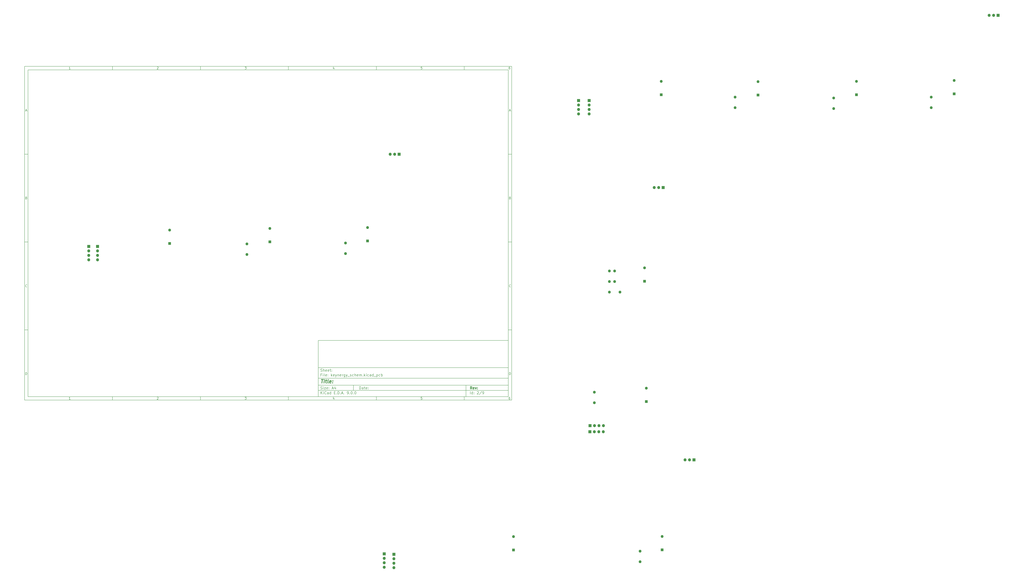
<source format=gbr>
%TF.GenerationSoftware,KiCad,Pcbnew,9.0.0*%
%TF.CreationDate,2025-04-02T13:07:28+08:00*%
%TF.ProjectId,keynergy_schem,6b65796e-6572-4677-995f-736368656d2e,rev?*%
%TF.SameCoordinates,Original*%
%TF.FileFunction,Copper,L2,Bot*%
%TF.FilePolarity,Positive*%
%FSLAX46Y46*%
G04 Gerber Fmt 4.6, Leading zero omitted, Abs format (unit mm)*
G04 Created by KiCad (PCBNEW 9.0.0) date 2025-04-02 13:07:28*
%MOMM*%
%LPD*%
G01*
G04 APERTURE LIST*
%ADD10C,0.100000*%
%ADD11C,0.150000*%
%ADD12C,0.300000*%
%ADD13C,0.400000*%
%TA.AperFunction,ComponentPad*%
%ADD14R,1.600000X1.600000*%
%TD*%
%TA.AperFunction,ComponentPad*%
%ADD15O,1.600000X1.600000*%
%TD*%
%TA.AperFunction,ComponentPad*%
%ADD16R,1.700000X1.700000*%
%TD*%
%TA.AperFunction,ComponentPad*%
%ADD17O,1.700000X1.700000*%
%TD*%
G04 APERTURE END LIST*
D10*
D11*
X177002200Y-166007200D02*
X285002200Y-166007200D01*
X285002200Y-198007200D01*
X177002200Y-198007200D01*
X177002200Y-166007200D01*
D10*
D11*
X10000000Y-10000000D02*
X287002200Y-10000000D01*
X287002200Y-200007200D01*
X10000000Y-200007200D01*
X10000000Y-10000000D01*
D10*
D11*
X12000000Y-12000000D02*
X285002200Y-12000000D01*
X285002200Y-198007200D01*
X12000000Y-198007200D01*
X12000000Y-12000000D01*
D10*
D11*
X60000000Y-12000000D02*
X60000000Y-10000000D01*
D10*
D11*
X110000000Y-12000000D02*
X110000000Y-10000000D01*
D10*
D11*
X160000000Y-12000000D02*
X160000000Y-10000000D01*
D10*
D11*
X210000000Y-12000000D02*
X210000000Y-10000000D01*
D10*
D11*
X260000000Y-12000000D02*
X260000000Y-10000000D01*
D10*
D11*
X36089160Y-11593604D02*
X35346303Y-11593604D01*
X35717731Y-11593604D02*
X35717731Y-10293604D01*
X35717731Y-10293604D02*
X35593922Y-10479319D01*
X35593922Y-10479319D02*
X35470112Y-10603128D01*
X35470112Y-10603128D02*
X35346303Y-10665033D01*
D10*
D11*
X85346303Y-10417414D02*
X85408207Y-10355509D01*
X85408207Y-10355509D02*
X85532017Y-10293604D01*
X85532017Y-10293604D02*
X85841541Y-10293604D01*
X85841541Y-10293604D02*
X85965350Y-10355509D01*
X85965350Y-10355509D02*
X86027255Y-10417414D01*
X86027255Y-10417414D02*
X86089160Y-10541223D01*
X86089160Y-10541223D02*
X86089160Y-10665033D01*
X86089160Y-10665033D02*
X86027255Y-10850747D01*
X86027255Y-10850747D02*
X85284398Y-11593604D01*
X85284398Y-11593604D02*
X86089160Y-11593604D01*
D10*
D11*
X135284398Y-10293604D02*
X136089160Y-10293604D01*
X136089160Y-10293604D02*
X135655826Y-10788842D01*
X135655826Y-10788842D02*
X135841541Y-10788842D01*
X135841541Y-10788842D02*
X135965350Y-10850747D01*
X135965350Y-10850747D02*
X136027255Y-10912652D01*
X136027255Y-10912652D02*
X136089160Y-11036461D01*
X136089160Y-11036461D02*
X136089160Y-11345985D01*
X136089160Y-11345985D02*
X136027255Y-11469795D01*
X136027255Y-11469795D02*
X135965350Y-11531700D01*
X135965350Y-11531700D02*
X135841541Y-11593604D01*
X135841541Y-11593604D02*
X135470112Y-11593604D01*
X135470112Y-11593604D02*
X135346303Y-11531700D01*
X135346303Y-11531700D02*
X135284398Y-11469795D01*
D10*
D11*
X185965350Y-10726938D02*
X185965350Y-11593604D01*
X185655826Y-10231700D02*
X185346303Y-11160271D01*
X185346303Y-11160271D02*
X186151064Y-11160271D01*
D10*
D11*
X236027255Y-10293604D02*
X235408207Y-10293604D01*
X235408207Y-10293604D02*
X235346303Y-10912652D01*
X235346303Y-10912652D02*
X235408207Y-10850747D01*
X235408207Y-10850747D02*
X235532017Y-10788842D01*
X235532017Y-10788842D02*
X235841541Y-10788842D01*
X235841541Y-10788842D02*
X235965350Y-10850747D01*
X235965350Y-10850747D02*
X236027255Y-10912652D01*
X236027255Y-10912652D02*
X236089160Y-11036461D01*
X236089160Y-11036461D02*
X236089160Y-11345985D01*
X236089160Y-11345985D02*
X236027255Y-11469795D01*
X236027255Y-11469795D02*
X235965350Y-11531700D01*
X235965350Y-11531700D02*
X235841541Y-11593604D01*
X235841541Y-11593604D02*
X235532017Y-11593604D01*
X235532017Y-11593604D02*
X235408207Y-11531700D01*
X235408207Y-11531700D02*
X235346303Y-11469795D01*
D10*
D11*
X285965350Y-10293604D02*
X285717731Y-10293604D01*
X285717731Y-10293604D02*
X285593922Y-10355509D01*
X285593922Y-10355509D02*
X285532017Y-10417414D01*
X285532017Y-10417414D02*
X285408207Y-10603128D01*
X285408207Y-10603128D02*
X285346303Y-10850747D01*
X285346303Y-10850747D02*
X285346303Y-11345985D01*
X285346303Y-11345985D02*
X285408207Y-11469795D01*
X285408207Y-11469795D02*
X285470112Y-11531700D01*
X285470112Y-11531700D02*
X285593922Y-11593604D01*
X285593922Y-11593604D02*
X285841541Y-11593604D01*
X285841541Y-11593604D02*
X285965350Y-11531700D01*
X285965350Y-11531700D02*
X286027255Y-11469795D01*
X286027255Y-11469795D02*
X286089160Y-11345985D01*
X286089160Y-11345985D02*
X286089160Y-11036461D01*
X286089160Y-11036461D02*
X286027255Y-10912652D01*
X286027255Y-10912652D02*
X285965350Y-10850747D01*
X285965350Y-10850747D02*
X285841541Y-10788842D01*
X285841541Y-10788842D02*
X285593922Y-10788842D01*
X285593922Y-10788842D02*
X285470112Y-10850747D01*
X285470112Y-10850747D02*
X285408207Y-10912652D01*
X285408207Y-10912652D02*
X285346303Y-11036461D01*
D10*
D11*
X60000000Y-198007200D02*
X60000000Y-200007200D01*
D10*
D11*
X110000000Y-198007200D02*
X110000000Y-200007200D01*
D10*
D11*
X160000000Y-198007200D02*
X160000000Y-200007200D01*
D10*
D11*
X210000000Y-198007200D02*
X210000000Y-200007200D01*
D10*
D11*
X260000000Y-198007200D02*
X260000000Y-200007200D01*
D10*
D11*
X36089160Y-199600804D02*
X35346303Y-199600804D01*
X35717731Y-199600804D02*
X35717731Y-198300804D01*
X35717731Y-198300804D02*
X35593922Y-198486519D01*
X35593922Y-198486519D02*
X35470112Y-198610328D01*
X35470112Y-198610328D02*
X35346303Y-198672233D01*
D10*
D11*
X85346303Y-198424614D02*
X85408207Y-198362709D01*
X85408207Y-198362709D02*
X85532017Y-198300804D01*
X85532017Y-198300804D02*
X85841541Y-198300804D01*
X85841541Y-198300804D02*
X85965350Y-198362709D01*
X85965350Y-198362709D02*
X86027255Y-198424614D01*
X86027255Y-198424614D02*
X86089160Y-198548423D01*
X86089160Y-198548423D02*
X86089160Y-198672233D01*
X86089160Y-198672233D02*
X86027255Y-198857947D01*
X86027255Y-198857947D02*
X85284398Y-199600804D01*
X85284398Y-199600804D02*
X86089160Y-199600804D01*
D10*
D11*
X135284398Y-198300804D02*
X136089160Y-198300804D01*
X136089160Y-198300804D02*
X135655826Y-198796042D01*
X135655826Y-198796042D02*
X135841541Y-198796042D01*
X135841541Y-198796042D02*
X135965350Y-198857947D01*
X135965350Y-198857947D02*
X136027255Y-198919852D01*
X136027255Y-198919852D02*
X136089160Y-199043661D01*
X136089160Y-199043661D02*
X136089160Y-199353185D01*
X136089160Y-199353185D02*
X136027255Y-199476995D01*
X136027255Y-199476995D02*
X135965350Y-199538900D01*
X135965350Y-199538900D02*
X135841541Y-199600804D01*
X135841541Y-199600804D02*
X135470112Y-199600804D01*
X135470112Y-199600804D02*
X135346303Y-199538900D01*
X135346303Y-199538900D02*
X135284398Y-199476995D01*
D10*
D11*
X185965350Y-198734138D02*
X185965350Y-199600804D01*
X185655826Y-198238900D02*
X185346303Y-199167471D01*
X185346303Y-199167471D02*
X186151064Y-199167471D01*
D10*
D11*
X236027255Y-198300804D02*
X235408207Y-198300804D01*
X235408207Y-198300804D02*
X235346303Y-198919852D01*
X235346303Y-198919852D02*
X235408207Y-198857947D01*
X235408207Y-198857947D02*
X235532017Y-198796042D01*
X235532017Y-198796042D02*
X235841541Y-198796042D01*
X235841541Y-198796042D02*
X235965350Y-198857947D01*
X235965350Y-198857947D02*
X236027255Y-198919852D01*
X236027255Y-198919852D02*
X236089160Y-199043661D01*
X236089160Y-199043661D02*
X236089160Y-199353185D01*
X236089160Y-199353185D02*
X236027255Y-199476995D01*
X236027255Y-199476995D02*
X235965350Y-199538900D01*
X235965350Y-199538900D02*
X235841541Y-199600804D01*
X235841541Y-199600804D02*
X235532017Y-199600804D01*
X235532017Y-199600804D02*
X235408207Y-199538900D01*
X235408207Y-199538900D02*
X235346303Y-199476995D01*
D10*
D11*
X285965350Y-198300804D02*
X285717731Y-198300804D01*
X285717731Y-198300804D02*
X285593922Y-198362709D01*
X285593922Y-198362709D02*
X285532017Y-198424614D01*
X285532017Y-198424614D02*
X285408207Y-198610328D01*
X285408207Y-198610328D02*
X285346303Y-198857947D01*
X285346303Y-198857947D02*
X285346303Y-199353185D01*
X285346303Y-199353185D02*
X285408207Y-199476995D01*
X285408207Y-199476995D02*
X285470112Y-199538900D01*
X285470112Y-199538900D02*
X285593922Y-199600804D01*
X285593922Y-199600804D02*
X285841541Y-199600804D01*
X285841541Y-199600804D02*
X285965350Y-199538900D01*
X285965350Y-199538900D02*
X286027255Y-199476995D01*
X286027255Y-199476995D02*
X286089160Y-199353185D01*
X286089160Y-199353185D02*
X286089160Y-199043661D01*
X286089160Y-199043661D02*
X286027255Y-198919852D01*
X286027255Y-198919852D02*
X285965350Y-198857947D01*
X285965350Y-198857947D02*
X285841541Y-198796042D01*
X285841541Y-198796042D02*
X285593922Y-198796042D01*
X285593922Y-198796042D02*
X285470112Y-198857947D01*
X285470112Y-198857947D02*
X285408207Y-198919852D01*
X285408207Y-198919852D02*
X285346303Y-199043661D01*
D10*
D11*
X10000000Y-60000000D02*
X12000000Y-60000000D01*
D10*
D11*
X10000000Y-110000000D02*
X12000000Y-110000000D01*
D10*
D11*
X10000000Y-160000000D02*
X12000000Y-160000000D01*
D10*
D11*
X10690476Y-35222176D02*
X11309523Y-35222176D01*
X10566666Y-35593604D02*
X10999999Y-34293604D01*
X10999999Y-34293604D02*
X11433333Y-35593604D01*
D10*
D11*
X11092857Y-84912652D02*
X11278571Y-84974557D01*
X11278571Y-84974557D02*
X11340476Y-85036461D01*
X11340476Y-85036461D02*
X11402380Y-85160271D01*
X11402380Y-85160271D02*
X11402380Y-85345985D01*
X11402380Y-85345985D02*
X11340476Y-85469795D01*
X11340476Y-85469795D02*
X11278571Y-85531700D01*
X11278571Y-85531700D02*
X11154761Y-85593604D01*
X11154761Y-85593604D02*
X10659523Y-85593604D01*
X10659523Y-85593604D02*
X10659523Y-84293604D01*
X10659523Y-84293604D02*
X11092857Y-84293604D01*
X11092857Y-84293604D02*
X11216666Y-84355509D01*
X11216666Y-84355509D02*
X11278571Y-84417414D01*
X11278571Y-84417414D02*
X11340476Y-84541223D01*
X11340476Y-84541223D02*
X11340476Y-84665033D01*
X11340476Y-84665033D02*
X11278571Y-84788842D01*
X11278571Y-84788842D02*
X11216666Y-84850747D01*
X11216666Y-84850747D02*
X11092857Y-84912652D01*
X11092857Y-84912652D02*
X10659523Y-84912652D01*
D10*
D11*
X11402380Y-135469795D02*
X11340476Y-135531700D01*
X11340476Y-135531700D02*
X11154761Y-135593604D01*
X11154761Y-135593604D02*
X11030952Y-135593604D01*
X11030952Y-135593604D02*
X10845238Y-135531700D01*
X10845238Y-135531700D02*
X10721428Y-135407890D01*
X10721428Y-135407890D02*
X10659523Y-135284080D01*
X10659523Y-135284080D02*
X10597619Y-135036461D01*
X10597619Y-135036461D02*
X10597619Y-134850747D01*
X10597619Y-134850747D02*
X10659523Y-134603128D01*
X10659523Y-134603128D02*
X10721428Y-134479319D01*
X10721428Y-134479319D02*
X10845238Y-134355509D01*
X10845238Y-134355509D02*
X11030952Y-134293604D01*
X11030952Y-134293604D02*
X11154761Y-134293604D01*
X11154761Y-134293604D02*
X11340476Y-134355509D01*
X11340476Y-134355509D02*
X11402380Y-134417414D01*
D10*
D11*
X10659523Y-185593604D02*
X10659523Y-184293604D01*
X10659523Y-184293604D02*
X10969047Y-184293604D01*
X10969047Y-184293604D02*
X11154761Y-184355509D01*
X11154761Y-184355509D02*
X11278571Y-184479319D01*
X11278571Y-184479319D02*
X11340476Y-184603128D01*
X11340476Y-184603128D02*
X11402380Y-184850747D01*
X11402380Y-184850747D02*
X11402380Y-185036461D01*
X11402380Y-185036461D02*
X11340476Y-185284080D01*
X11340476Y-185284080D02*
X11278571Y-185407890D01*
X11278571Y-185407890D02*
X11154761Y-185531700D01*
X11154761Y-185531700D02*
X10969047Y-185593604D01*
X10969047Y-185593604D02*
X10659523Y-185593604D01*
D10*
D11*
X287002200Y-60000000D02*
X285002200Y-60000000D01*
D10*
D11*
X287002200Y-110000000D02*
X285002200Y-110000000D01*
D10*
D11*
X287002200Y-160000000D02*
X285002200Y-160000000D01*
D10*
D11*
X285692676Y-35222176D02*
X286311723Y-35222176D01*
X285568866Y-35593604D02*
X286002199Y-34293604D01*
X286002199Y-34293604D02*
X286435533Y-35593604D01*
D10*
D11*
X286095057Y-84912652D02*
X286280771Y-84974557D01*
X286280771Y-84974557D02*
X286342676Y-85036461D01*
X286342676Y-85036461D02*
X286404580Y-85160271D01*
X286404580Y-85160271D02*
X286404580Y-85345985D01*
X286404580Y-85345985D02*
X286342676Y-85469795D01*
X286342676Y-85469795D02*
X286280771Y-85531700D01*
X286280771Y-85531700D02*
X286156961Y-85593604D01*
X286156961Y-85593604D02*
X285661723Y-85593604D01*
X285661723Y-85593604D02*
X285661723Y-84293604D01*
X285661723Y-84293604D02*
X286095057Y-84293604D01*
X286095057Y-84293604D02*
X286218866Y-84355509D01*
X286218866Y-84355509D02*
X286280771Y-84417414D01*
X286280771Y-84417414D02*
X286342676Y-84541223D01*
X286342676Y-84541223D02*
X286342676Y-84665033D01*
X286342676Y-84665033D02*
X286280771Y-84788842D01*
X286280771Y-84788842D02*
X286218866Y-84850747D01*
X286218866Y-84850747D02*
X286095057Y-84912652D01*
X286095057Y-84912652D02*
X285661723Y-84912652D01*
D10*
D11*
X286404580Y-135469795D02*
X286342676Y-135531700D01*
X286342676Y-135531700D02*
X286156961Y-135593604D01*
X286156961Y-135593604D02*
X286033152Y-135593604D01*
X286033152Y-135593604D02*
X285847438Y-135531700D01*
X285847438Y-135531700D02*
X285723628Y-135407890D01*
X285723628Y-135407890D02*
X285661723Y-135284080D01*
X285661723Y-135284080D02*
X285599819Y-135036461D01*
X285599819Y-135036461D02*
X285599819Y-134850747D01*
X285599819Y-134850747D02*
X285661723Y-134603128D01*
X285661723Y-134603128D02*
X285723628Y-134479319D01*
X285723628Y-134479319D02*
X285847438Y-134355509D01*
X285847438Y-134355509D02*
X286033152Y-134293604D01*
X286033152Y-134293604D02*
X286156961Y-134293604D01*
X286156961Y-134293604D02*
X286342676Y-134355509D01*
X286342676Y-134355509D02*
X286404580Y-134417414D01*
D10*
D11*
X285661723Y-185593604D02*
X285661723Y-184293604D01*
X285661723Y-184293604D02*
X285971247Y-184293604D01*
X285971247Y-184293604D02*
X286156961Y-184355509D01*
X286156961Y-184355509D02*
X286280771Y-184479319D01*
X286280771Y-184479319D02*
X286342676Y-184603128D01*
X286342676Y-184603128D02*
X286404580Y-184850747D01*
X286404580Y-184850747D02*
X286404580Y-185036461D01*
X286404580Y-185036461D02*
X286342676Y-185284080D01*
X286342676Y-185284080D02*
X286280771Y-185407890D01*
X286280771Y-185407890D02*
X286156961Y-185531700D01*
X286156961Y-185531700D02*
X285971247Y-185593604D01*
X285971247Y-185593604D02*
X285661723Y-185593604D01*
D10*
D11*
X200458026Y-193793328D02*
X200458026Y-192293328D01*
X200458026Y-192293328D02*
X200815169Y-192293328D01*
X200815169Y-192293328D02*
X201029455Y-192364757D01*
X201029455Y-192364757D02*
X201172312Y-192507614D01*
X201172312Y-192507614D02*
X201243741Y-192650471D01*
X201243741Y-192650471D02*
X201315169Y-192936185D01*
X201315169Y-192936185D02*
X201315169Y-193150471D01*
X201315169Y-193150471D02*
X201243741Y-193436185D01*
X201243741Y-193436185D02*
X201172312Y-193579042D01*
X201172312Y-193579042D02*
X201029455Y-193721900D01*
X201029455Y-193721900D02*
X200815169Y-193793328D01*
X200815169Y-193793328D02*
X200458026Y-193793328D01*
X202600884Y-193793328D02*
X202600884Y-193007614D01*
X202600884Y-193007614D02*
X202529455Y-192864757D01*
X202529455Y-192864757D02*
X202386598Y-192793328D01*
X202386598Y-192793328D02*
X202100884Y-192793328D01*
X202100884Y-192793328D02*
X201958026Y-192864757D01*
X202600884Y-193721900D02*
X202458026Y-193793328D01*
X202458026Y-193793328D02*
X202100884Y-193793328D01*
X202100884Y-193793328D02*
X201958026Y-193721900D01*
X201958026Y-193721900D02*
X201886598Y-193579042D01*
X201886598Y-193579042D02*
X201886598Y-193436185D01*
X201886598Y-193436185D02*
X201958026Y-193293328D01*
X201958026Y-193293328D02*
X202100884Y-193221900D01*
X202100884Y-193221900D02*
X202458026Y-193221900D01*
X202458026Y-193221900D02*
X202600884Y-193150471D01*
X203100884Y-192793328D02*
X203672312Y-192793328D01*
X203315169Y-192293328D02*
X203315169Y-193579042D01*
X203315169Y-193579042D02*
X203386598Y-193721900D01*
X203386598Y-193721900D02*
X203529455Y-193793328D01*
X203529455Y-193793328D02*
X203672312Y-193793328D01*
X204743741Y-193721900D02*
X204600884Y-193793328D01*
X204600884Y-193793328D02*
X204315170Y-193793328D01*
X204315170Y-193793328D02*
X204172312Y-193721900D01*
X204172312Y-193721900D02*
X204100884Y-193579042D01*
X204100884Y-193579042D02*
X204100884Y-193007614D01*
X204100884Y-193007614D02*
X204172312Y-192864757D01*
X204172312Y-192864757D02*
X204315170Y-192793328D01*
X204315170Y-192793328D02*
X204600884Y-192793328D01*
X204600884Y-192793328D02*
X204743741Y-192864757D01*
X204743741Y-192864757D02*
X204815170Y-193007614D01*
X204815170Y-193007614D02*
X204815170Y-193150471D01*
X204815170Y-193150471D02*
X204100884Y-193293328D01*
X205458026Y-193650471D02*
X205529455Y-193721900D01*
X205529455Y-193721900D02*
X205458026Y-193793328D01*
X205458026Y-193793328D02*
X205386598Y-193721900D01*
X205386598Y-193721900D02*
X205458026Y-193650471D01*
X205458026Y-193650471D02*
X205458026Y-193793328D01*
X205458026Y-192864757D02*
X205529455Y-192936185D01*
X205529455Y-192936185D02*
X205458026Y-193007614D01*
X205458026Y-193007614D02*
X205386598Y-192936185D01*
X205386598Y-192936185D02*
X205458026Y-192864757D01*
X205458026Y-192864757D02*
X205458026Y-193007614D01*
D10*
D11*
X177002200Y-194507200D02*
X285002200Y-194507200D01*
D10*
D11*
X178458026Y-196593328D02*
X178458026Y-195093328D01*
X179315169Y-196593328D02*
X178672312Y-195736185D01*
X179315169Y-195093328D02*
X178458026Y-195950471D01*
X179958026Y-196593328D02*
X179958026Y-195593328D01*
X179958026Y-195093328D02*
X179886598Y-195164757D01*
X179886598Y-195164757D02*
X179958026Y-195236185D01*
X179958026Y-195236185D02*
X180029455Y-195164757D01*
X180029455Y-195164757D02*
X179958026Y-195093328D01*
X179958026Y-195093328D02*
X179958026Y-195236185D01*
X181529455Y-196450471D02*
X181458027Y-196521900D01*
X181458027Y-196521900D02*
X181243741Y-196593328D01*
X181243741Y-196593328D02*
X181100884Y-196593328D01*
X181100884Y-196593328D02*
X180886598Y-196521900D01*
X180886598Y-196521900D02*
X180743741Y-196379042D01*
X180743741Y-196379042D02*
X180672312Y-196236185D01*
X180672312Y-196236185D02*
X180600884Y-195950471D01*
X180600884Y-195950471D02*
X180600884Y-195736185D01*
X180600884Y-195736185D02*
X180672312Y-195450471D01*
X180672312Y-195450471D02*
X180743741Y-195307614D01*
X180743741Y-195307614D02*
X180886598Y-195164757D01*
X180886598Y-195164757D02*
X181100884Y-195093328D01*
X181100884Y-195093328D02*
X181243741Y-195093328D01*
X181243741Y-195093328D02*
X181458027Y-195164757D01*
X181458027Y-195164757D02*
X181529455Y-195236185D01*
X182815170Y-196593328D02*
X182815170Y-195807614D01*
X182815170Y-195807614D02*
X182743741Y-195664757D01*
X182743741Y-195664757D02*
X182600884Y-195593328D01*
X182600884Y-195593328D02*
X182315170Y-195593328D01*
X182315170Y-195593328D02*
X182172312Y-195664757D01*
X182815170Y-196521900D02*
X182672312Y-196593328D01*
X182672312Y-196593328D02*
X182315170Y-196593328D01*
X182315170Y-196593328D02*
X182172312Y-196521900D01*
X182172312Y-196521900D02*
X182100884Y-196379042D01*
X182100884Y-196379042D02*
X182100884Y-196236185D01*
X182100884Y-196236185D02*
X182172312Y-196093328D01*
X182172312Y-196093328D02*
X182315170Y-196021900D01*
X182315170Y-196021900D02*
X182672312Y-196021900D01*
X182672312Y-196021900D02*
X182815170Y-195950471D01*
X184172313Y-196593328D02*
X184172313Y-195093328D01*
X184172313Y-196521900D02*
X184029455Y-196593328D01*
X184029455Y-196593328D02*
X183743741Y-196593328D01*
X183743741Y-196593328D02*
X183600884Y-196521900D01*
X183600884Y-196521900D02*
X183529455Y-196450471D01*
X183529455Y-196450471D02*
X183458027Y-196307614D01*
X183458027Y-196307614D02*
X183458027Y-195879042D01*
X183458027Y-195879042D02*
X183529455Y-195736185D01*
X183529455Y-195736185D02*
X183600884Y-195664757D01*
X183600884Y-195664757D02*
X183743741Y-195593328D01*
X183743741Y-195593328D02*
X184029455Y-195593328D01*
X184029455Y-195593328D02*
X184172313Y-195664757D01*
X186029455Y-195807614D02*
X186529455Y-195807614D01*
X186743741Y-196593328D02*
X186029455Y-196593328D01*
X186029455Y-196593328D02*
X186029455Y-195093328D01*
X186029455Y-195093328D02*
X186743741Y-195093328D01*
X187386598Y-196450471D02*
X187458027Y-196521900D01*
X187458027Y-196521900D02*
X187386598Y-196593328D01*
X187386598Y-196593328D02*
X187315170Y-196521900D01*
X187315170Y-196521900D02*
X187386598Y-196450471D01*
X187386598Y-196450471D02*
X187386598Y-196593328D01*
X188100884Y-196593328D02*
X188100884Y-195093328D01*
X188100884Y-195093328D02*
X188458027Y-195093328D01*
X188458027Y-195093328D02*
X188672313Y-195164757D01*
X188672313Y-195164757D02*
X188815170Y-195307614D01*
X188815170Y-195307614D02*
X188886599Y-195450471D01*
X188886599Y-195450471D02*
X188958027Y-195736185D01*
X188958027Y-195736185D02*
X188958027Y-195950471D01*
X188958027Y-195950471D02*
X188886599Y-196236185D01*
X188886599Y-196236185D02*
X188815170Y-196379042D01*
X188815170Y-196379042D02*
X188672313Y-196521900D01*
X188672313Y-196521900D02*
X188458027Y-196593328D01*
X188458027Y-196593328D02*
X188100884Y-196593328D01*
X189600884Y-196450471D02*
X189672313Y-196521900D01*
X189672313Y-196521900D02*
X189600884Y-196593328D01*
X189600884Y-196593328D02*
X189529456Y-196521900D01*
X189529456Y-196521900D02*
X189600884Y-196450471D01*
X189600884Y-196450471D02*
X189600884Y-196593328D01*
X190243742Y-196164757D02*
X190958028Y-196164757D01*
X190100885Y-196593328D02*
X190600885Y-195093328D01*
X190600885Y-195093328D02*
X191100885Y-196593328D01*
X191600884Y-196450471D02*
X191672313Y-196521900D01*
X191672313Y-196521900D02*
X191600884Y-196593328D01*
X191600884Y-196593328D02*
X191529456Y-196521900D01*
X191529456Y-196521900D02*
X191600884Y-196450471D01*
X191600884Y-196450471D02*
X191600884Y-196593328D01*
X193529456Y-196593328D02*
X193815170Y-196593328D01*
X193815170Y-196593328D02*
X193958027Y-196521900D01*
X193958027Y-196521900D02*
X194029456Y-196450471D01*
X194029456Y-196450471D02*
X194172313Y-196236185D01*
X194172313Y-196236185D02*
X194243742Y-195950471D01*
X194243742Y-195950471D02*
X194243742Y-195379042D01*
X194243742Y-195379042D02*
X194172313Y-195236185D01*
X194172313Y-195236185D02*
X194100885Y-195164757D01*
X194100885Y-195164757D02*
X193958027Y-195093328D01*
X193958027Y-195093328D02*
X193672313Y-195093328D01*
X193672313Y-195093328D02*
X193529456Y-195164757D01*
X193529456Y-195164757D02*
X193458027Y-195236185D01*
X193458027Y-195236185D02*
X193386599Y-195379042D01*
X193386599Y-195379042D02*
X193386599Y-195736185D01*
X193386599Y-195736185D02*
X193458027Y-195879042D01*
X193458027Y-195879042D02*
X193529456Y-195950471D01*
X193529456Y-195950471D02*
X193672313Y-196021900D01*
X193672313Y-196021900D02*
X193958027Y-196021900D01*
X193958027Y-196021900D02*
X194100885Y-195950471D01*
X194100885Y-195950471D02*
X194172313Y-195879042D01*
X194172313Y-195879042D02*
X194243742Y-195736185D01*
X194886598Y-196450471D02*
X194958027Y-196521900D01*
X194958027Y-196521900D02*
X194886598Y-196593328D01*
X194886598Y-196593328D02*
X194815170Y-196521900D01*
X194815170Y-196521900D02*
X194886598Y-196450471D01*
X194886598Y-196450471D02*
X194886598Y-196593328D01*
X195886599Y-195093328D02*
X196029456Y-195093328D01*
X196029456Y-195093328D02*
X196172313Y-195164757D01*
X196172313Y-195164757D02*
X196243742Y-195236185D01*
X196243742Y-195236185D02*
X196315170Y-195379042D01*
X196315170Y-195379042D02*
X196386599Y-195664757D01*
X196386599Y-195664757D02*
X196386599Y-196021900D01*
X196386599Y-196021900D02*
X196315170Y-196307614D01*
X196315170Y-196307614D02*
X196243742Y-196450471D01*
X196243742Y-196450471D02*
X196172313Y-196521900D01*
X196172313Y-196521900D02*
X196029456Y-196593328D01*
X196029456Y-196593328D02*
X195886599Y-196593328D01*
X195886599Y-196593328D02*
X195743742Y-196521900D01*
X195743742Y-196521900D02*
X195672313Y-196450471D01*
X195672313Y-196450471D02*
X195600884Y-196307614D01*
X195600884Y-196307614D02*
X195529456Y-196021900D01*
X195529456Y-196021900D02*
X195529456Y-195664757D01*
X195529456Y-195664757D02*
X195600884Y-195379042D01*
X195600884Y-195379042D02*
X195672313Y-195236185D01*
X195672313Y-195236185D02*
X195743742Y-195164757D01*
X195743742Y-195164757D02*
X195886599Y-195093328D01*
X197029455Y-196450471D02*
X197100884Y-196521900D01*
X197100884Y-196521900D02*
X197029455Y-196593328D01*
X197029455Y-196593328D02*
X196958027Y-196521900D01*
X196958027Y-196521900D02*
X197029455Y-196450471D01*
X197029455Y-196450471D02*
X197029455Y-196593328D01*
X198029456Y-195093328D02*
X198172313Y-195093328D01*
X198172313Y-195093328D02*
X198315170Y-195164757D01*
X198315170Y-195164757D02*
X198386599Y-195236185D01*
X198386599Y-195236185D02*
X198458027Y-195379042D01*
X198458027Y-195379042D02*
X198529456Y-195664757D01*
X198529456Y-195664757D02*
X198529456Y-196021900D01*
X198529456Y-196021900D02*
X198458027Y-196307614D01*
X198458027Y-196307614D02*
X198386599Y-196450471D01*
X198386599Y-196450471D02*
X198315170Y-196521900D01*
X198315170Y-196521900D02*
X198172313Y-196593328D01*
X198172313Y-196593328D02*
X198029456Y-196593328D01*
X198029456Y-196593328D02*
X197886599Y-196521900D01*
X197886599Y-196521900D02*
X197815170Y-196450471D01*
X197815170Y-196450471D02*
X197743741Y-196307614D01*
X197743741Y-196307614D02*
X197672313Y-196021900D01*
X197672313Y-196021900D02*
X197672313Y-195664757D01*
X197672313Y-195664757D02*
X197743741Y-195379042D01*
X197743741Y-195379042D02*
X197815170Y-195236185D01*
X197815170Y-195236185D02*
X197886599Y-195164757D01*
X197886599Y-195164757D02*
X198029456Y-195093328D01*
D10*
D11*
X177002200Y-191507200D02*
X285002200Y-191507200D01*
D10*
D12*
X264413853Y-193785528D02*
X263913853Y-193071242D01*
X263556710Y-193785528D02*
X263556710Y-192285528D01*
X263556710Y-192285528D02*
X264128139Y-192285528D01*
X264128139Y-192285528D02*
X264270996Y-192356957D01*
X264270996Y-192356957D02*
X264342425Y-192428385D01*
X264342425Y-192428385D02*
X264413853Y-192571242D01*
X264413853Y-192571242D02*
X264413853Y-192785528D01*
X264413853Y-192785528D02*
X264342425Y-192928385D01*
X264342425Y-192928385D02*
X264270996Y-192999814D01*
X264270996Y-192999814D02*
X264128139Y-193071242D01*
X264128139Y-193071242D02*
X263556710Y-193071242D01*
X265628139Y-193714100D02*
X265485282Y-193785528D01*
X265485282Y-193785528D02*
X265199568Y-193785528D01*
X265199568Y-193785528D02*
X265056710Y-193714100D01*
X265056710Y-193714100D02*
X264985282Y-193571242D01*
X264985282Y-193571242D02*
X264985282Y-192999814D01*
X264985282Y-192999814D02*
X265056710Y-192856957D01*
X265056710Y-192856957D02*
X265199568Y-192785528D01*
X265199568Y-192785528D02*
X265485282Y-192785528D01*
X265485282Y-192785528D02*
X265628139Y-192856957D01*
X265628139Y-192856957D02*
X265699568Y-192999814D01*
X265699568Y-192999814D02*
X265699568Y-193142671D01*
X265699568Y-193142671D02*
X264985282Y-193285528D01*
X266199567Y-192785528D02*
X266556710Y-193785528D01*
X266556710Y-193785528D02*
X266913853Y-192785528D01*
X267485281Y-193642671D02*
X267556710Y-193714100D01*
X267556710Y-193714100D02*
X267485281Y-193785528D01*
X267485281Y-193785528D02*
X267413853Y-193714100D01*
X267413853Y-193714100D02*
X267485281Y-193642671D01*
X267485281Y-193642671D02*
X267485281Y-193785528D01*
X267485281Y-192856957D02*
X267556710Y-192928385D01*
X267556710Y-192928385D02*
X267485281Y-192999814D01*
X267485281Y-192999814D02*
X267413853Y-192928385D01*
X267413853Y-192928385D02*
X267485281Y-192856957D01*
X267485281Y-192856957D02*
X267485281Y-192999814D01*
D10*
D11*
X178386598Y-193721900D02*
X178600884Y-193793328D01*
X178600884Y-193793328D02*
X178958026Y-193793328D01*
X178958026Y-193793328D02*
X179100884Y-193721900D01*
X179100884Y-193721900D02*
X179172312Y-193650471D01*
X179172312Y-193650471D02*
X179243741Y-193507614D01*
X179243741Y-193507614D02*
X179243741Y-193364757D01*
X179243741Y-193364757D02*
X179172312Y-193221900D01*
X179172312Y-193221900D02*
X179100884Y-193150471D01*
X179100884Y-193150471D02*
X178958026Y-193079042D01*
X178958026Y-193079042D02*
X178672312Y-193007614D01*
X178672312Y-193007614D02*
X178529455Y-192936185D01*
X178529455Y-192936185D02*
X178458026Y-192864757D01*
X178458026Y-192864757D02*
X178386598Y-192721900D01*
X178386598Y-192721900D02*
X178386598Y-192579042D01*
X178386598Y-192579042D02*
X178458026Y-192436185D01*
X178458026Y-192436185D02*
X178529455Y-192364757D01*
X178529455Y-192364757D02*
X178672312Y-192293328D01*
X178672312Y-192293328D02*
X179029455Y-192293328D01*
X179029455Y-192293328D02*
X179243741Y-192364757D01*
X179886597Y-193793328D02*
X179886597Y-192793328D01*
X179886597Y-192293328D02*
X179815169Y-192364757D01*
X179815169Y-192364757D02*
X179886597Y-192436185D01*
X179886597Y-192436185D02*
X179958026Y-192364757D01*
X179958026Y-192364757D02*
X179886597Y-192293328D01*
X179886597Y-192293328D02*
X179886597Y-192436185D01*
X180458026Y-192793328D02*
X181243741Y-192793328D01*
X181243741Y-192793328D02*
X180458026Y-193793328D01*
X180458026Y-193793328D02*
X181243741Y-193793328D01*
X182386598Y-193721900D02*
X182243741Y-193793328D01*
X182243741Y-193793328D02*
X181958027Y-193793328D01*
X181958027Y-193793328D02*
X181815169Y-193721900D01*
X181815169Y-193721900D02*
X181743741Y-193579042D01*
X181743741Y-193579042D02*
X181743741Y-193007614D01*
X181743741Y-193007614D02*
X181815169Y-192864757D01*
X181815169Y-192864757D02*
X181958027Y-192793328D01*
X181958027Y-192793328D02*
X182243741Y-192793328D01*
X182243741Y-192793328D02*
X182386598Y-192864757D01*
X182386598Y-192864757D02*
X182458027Y-193007614D01*
X182458027Y-193007614D02*
X182458027Y-193150471D01*
X182458027Y-193150471D02*
X181743741Y-193293328D01*
X183100883Y-193650471D02*
X183172312Y-193721900D01*
X183172312Y-193721900D02*
X183100883Y-193793328D01*
X183100883Y-193793328D02*
X183029455Y-193721900D01*
X183029455Y-193721900D02*
X183100883Y-193650471D01*
X183100883Y-193650471D02*
X183100883Y-193793328D01*
X183100883Y-192864757D02*
X183172312Y-192936185D01*
X183172312Y-192936185D02*
X183100883Y-193007614D01*
X183100883Y-193007614D02*
X183029455Y-192936185D01*
X183029455Y-192936185D02*
X183100883Y-192864757D01*
X183100883Y-192864757D02*
X183100883Y-193007614D01*
X184886598Y-193364757D02*
X185600884Y-193364757D01*
X184743741Y-193793328D02*
X185243741Y-192293328D01*
X185243741Y-192293328D02*
X185743741Y-193793328D01*
X186886598Y-192793328D02*
X186886598Y-193793328D01*
X186529455Y-192221900D02*
X186172312Y-193293328D01*
X186172312Y-193293328D02*
X187100883Y-193293328D01*
D10*
D11*
X263458026Y-196593328D02*
X263458026Y-195093328D01*
X264815170Y-196593328D02*
X264815170Y-195093328D01*
X264815170Y-196521900D02*
X264672312Y-196593328D01*
X264672312Y-196593328D02*
X264386598Y-196593328D01*
X264386598Y-196593328D02*
X264243741Y-196521900D01*
X264243741Y-196521900D02*
X264172312Y-196450471D01*
X264172312Y-196450471D02*
X264100884Y-196307614D01*
X264100884Y-196307614D02*
X264100884Y-195879042D01*
X264100884Y-195879042D02*
X264172312Y-195736185D01*
X264172312Y-195736185D02*
X264243741Y-195664757D01*
X264243741Y-195664757D02*
X264386598Y-195593328D01*
X264386598Y-195593328D02*
X264672312Y-195593328D01*
X264672312Y-195593328D02*
X264815170Y-195664757D01*
X265529455Y-196450471D02*
X265600884Y-196521900D01*
X265600884Y-196521900D02*
X265529455Y-196593328D01*
X265529455Y-196593328D02*
X265458027Y-196521900D01*
X265458027Y-196521900D02*
X265529455Y-196450471D01*
X265529455Y-196450471D02*
X265529455Y-196593328D01*
X265529455Y-195664757D02*
X265600884Y-195736185D01*
X265600884Y-195736185D02*
X265529455Y-195807614D01*
X265529455Y-195807614D02*
X265458027Y-195736185D01*
X265458027Y-195736185D02*
X265529455Y-195664757D01*
X265529455Y-195664757D02*
X265529455Y-195807614D01*
X267315170Y-195236185D02*
X267386598Y-195164757D01*
X267386598Y-195164757D02*
X267529456Y-195093328D01*
X267529456Y-195093328D02*
X267886598Y-195093328D01*
X267886598Y-195093328D02*
X268029456Y-195164757D01*
X268029456Y-195164757D02*
X268100884Y-195236185D01*
X268100884Y-195236185D02*
X268172313Y-195379042D01*
X268172313Y-195379042D02*
X268172313Y-195521900D01*
X268172313Y-195521900D02*
X268100884Y-195736185D01*
X268100884Y-195736185D02*
X267243741Y-196593328D01*
X267243741Y-196593328D02*
X268172313Y-196593328D01*
X269886598Y-195021900D02*
X268600884Y-196950471D01*
X270458027Y-196593328D02*
X270743741Y-196593328D01*
X270743741Y-196593328D02*
X270886598Y-196521900D01*
X270886598Y-196521900D02*
X270958027Y-196450471D01*
X270958027Y-196450471D02*
X271100884Y-196236185D01*
X271100884Y-196236185D02*
X271172313Y-195950471D01*
X271172313Y-195950471D02*
X271172313Y-195379042D01*
X271172313Y-195379042D02*
X271100884Y-195236185D01*
X271100884Y-195236185D02*
X271029456Y-195164757D01*
X271029456Y-195164757D02*
X270886598Y-195093328D01*
X270886598Y-195093328D02*
X270600884Y-195093328D01*
X270600884Y-195093328D02*
X270458027Y-195164757D01*
X270458027Y-195164757D02*
X270386598Y-195236185D01*
X270386598Y-195236185D02*
X270315170Y-195379042D01*
X270315170Y-195379042D02*
X270315170Y-195736185D01*
X270315170Y-195736185D02*
X270386598Y-195879042D01*
X270386598Y-195879042D02*
X270458027Y-195950471D01*
X270458027Y-195950471D02*
X270600884Y-196021900D01*
X270600884Y-196021900D02*
X270886598Y-196021900D01*
X270886598Y-196021900D02*
X271029456Y-195950471D01*
X271029456Y-195950471D02*
X271100884Y-195879042D01*
X271100884Y-195879042D02*
X271172313Y-195736185D01*
D10*
D11*
X177002200Y-187507200D02*
X285002200Y-187507200D01*
D10*
D13*
X178693928Y-188211638D02*
X179836785Y-188211638D01*
X179015357Y-190211638D02*
X179265357Y-188211638D01*
X180253452Y-190211638D02*
X180420119Y-188878304D01*
X180503452Y-188211638D02*
X180396309Y-188306876D01*
X180396309Y-188306876D02*
X180479643Y-188402114D01*
X180479643Y-188402114D02*
X180586786Y-188306876D01*
X180586786Y-188306876D02*
X180503452Y-188211638D01*
X180503452Y-188211638D02*
X180479643Y-188402114D01*
X181086786Y-188878304D02*
X181848690Y-188878304D01*
X181455833Y-188211638D02*
X181241548Y-189925923D01*
X181241548Y-189925923D02*
X181312976Y-190116400D01*
X181312976Y-190116400D02*
X181491548Y-190211638D01*
X181491548Y-190211638D02*
X181682024Y-190211638D01*
X182634405Y-190211638D02*
X182455833Y-190116400D01*
X182455833Y-190116400D02*
X182384405Y-189925923D01*
X182384405Y-189925923D02*
X182598690Y-188211638D01*
X184170119Y-190116400D02*
X183967738Y-190211638D01*
X183967738Y-190211638D02*
X183586785Y-190211638D01*
X183586785Y-190211638D02*
X183408214Y-190116400D01*
X183408214Y-190116400D02*
X183336785Y-189925923D01*
X183336785Y-189925923D02*
X183432024Y-189164019D01*
X183432024Y-189164019D02*
X183551071Y-188973542D01*
X183551071Y-188973542D02*
X183753452Y-188878304D01*
X183753452Y-188878304D02*
X184134404Y-188878304D01*
X184134404Y-188878304D02*
X184312976Y-188973542D01*
X184312976Y-188973542D02*
X184384404Y-189164019D01*
X184384404Y-189164019D02*
X184360595Y-189354495D01*
X184360595Y-189354495D02*
X183384404Y-189544971D01*
X185134405Y-190021161D02*
X185217738Y-190116400D01*
X185217738Y-190116400D02*
X185110595Y-190211638D01*
X185110595Y-190211638D02*
X185027262Y-190116400D01*
X185027262Y-190116400D02*
X185134405Y-190021161D01*
X185134405Y-190021161D02*
X185110595Y-190211638D01*
X185265357Y-188973542D02*
X185348690Y-189068780D01*
X185348690Y-189068780D02*
X185241548Y-189164019D01*
X185241548Y-189164019D02*
X185158214Y-189068780D01*
X185158214Y-189068780D02*
X185265357Y-188973542D01*
X185265357Y-188973542D02*
X185241548Y-189164019D01*
D10*
D11*
X178958026Y-185607614D02*
X178458026Y-185607614D01*
X178458026Y-186393328D02*
X178458026Y-184893328D01*
X178458026Y-184893328D02*
X179172312Y-184893328D01*
X179743740Y-186393328D02*
X179743740Y-185393328D01*
X179743740Y-184893328D02*
X179672312Y-184964757D01*
X179672312Y-184964757D02*
X179743740Y-185036185D01*
X179743740Y-185036185D02*
X179815169Y-184964757D01*
X179815169Y-184964757D02*
X179743740Y-184893328D01*
X179743740Y-184893328D02*
X179743740Y-185036185D01*
X180672312Y-186393328D02*
X180529455Y-186321900D01*
X180529455Y-186321900D02*
X180458026Y-186179042D01*
X180458026Y-186179042D02*
X180458026Y-184893328D01*
X181815169Y-186321900D02*
X181672312Y-186393328D01*
X181672312Y-186393328D02*
X181386598Y-186393328D01*
X181386598Y-186393328D02*
X181243740Y-186321900D01*
X181243740Y-186321900D02*
X181172312Y-186179042D01*
X181172312Y-186179042D02*
X181172312Y-185607614D01*
X181172312Y-185607614D02*
X181243740Y-185464757D01*
X181243740Y-185464757D02*
X181386598Y-185393328D01*
X181386598Y-185393328D02*
X181672312Y-185393328D01*
X181672312Y-185393328D02*
X181815169Y-185464757D01*
X181815169Y-185464757D02*
X181886598Y-185607614D01*
X181886598Y-185607614D02*
X181886598Y-185750471D01*
X181886598Y-185750471D02*
X181172312Y-185893328D01*
X182529454Y-186250471D02*
X182600883Y-186321900D01*
X182600883Y-186321900D02*
X182529454Y-186393328D01*
X182529454Y-186393328D02*
X182458026Y-186321900D01*
X182458026Y-186321900D02*
X182529454Y-186250471D01*
X182529454Y-186250471D02*
X182529454Y-186393328D01*
X182529454Y-185464757D02*
X182600883Y-185536185D01*
X182600883Y-185536185D02*
X182529454Y-185607614D01*
X182529454Y-185607614D02*
X182458026Y-185536185D01*
X182458026Y-185536185D02*
X182529454Y-185464757D01*
X182529454Y-185464757D02*
X182529454Y-185607614D01*
X184386597Y-186393328D02*
X184386597Y-184893328D01*
X184529455Y-185821900D02*
X184958026Y-186393328D01*
X184958026Y-185393328D02*
X184386597Y-185964757D01*
X186172312Y-186321900D02*
X186029455Y-186393328D01*
X186029455Y-186393328D02*
X185743741Y-186393328D01*
X185743741Y-186393328D02*
X185600883Y-186321900D01*
X185600883Y-186321900D02*
X185529455Y-186179042D01*
X185529455Y-186179042D02*
X185529455Y-185607614D01*
X185529455Y-185607614D02*
X185600883Y-185464757D01*
X185600883Y-185464757D02*
X185743741Y-185393328D01*
X185743741Y-185393328D02*
X186029455Y-185393328D01*
X186029455Y-185393328D02*
X186172312Y-185464757D01*
X186172312Y-185464757D02*
X186243741Y-185607614D01*
X186243741Y-185607614D02*
X186243741Y-185750471D01*
X186243741Y-185750471D02*
X185529455Y-185893328D01*
X186743740Y-185393328D02*
X187100883Y-186393328D01*
X187458026Y-185393328D02*
X187100883Y-186393328D01*
X187100883Y-186393328D02*
X186958026Y-186750471D01*
X186958026Y-186750471D02*
X186886597Y-186821900D01*
X186886597Y-186821900D02*
X186743740Y-186893328D01*
X188029454Y-185393328D02*
X188029454Y-186393328D01*
X188029454Y-185536185D02*
X188100883Y-185464757D01*
X188100883Y-185464757D02*
X188243740Y-185393328D01*
X188243740Y-185393328D02*
X188458026Y-185393328D01*
X188458026Y-185393328D02*
X188600883Y-185464757D01*
X188600883Y-185464757D02*
X188672312Y-185607614D01*
X188672312Y-185607614D02*
X188672312Y-186393328D01*
X189958026Y-186321900D02*
X189815169Y-186393328D01*
X189815169Y-186393328D02*
X189529455Y-186393328D01*
X189529455Y-186393328D02*
X189386597Y-186321900D01*
X189386597Y-186321900D02*
X189315169Y-186179042D01*
X189315169Y-186179042D02*
X189315169Y-185607614D01*
X189315169Y-185607614D02*
X189386597Y-185464757D01*
X189386597Y-185464757D02*
X189529455Y-185393328D01*
X189529455Y-185393328D02*
X189815169Y-185393328D01*
X189815169Y-185393328D02*
X189958026Y-185464757D01*
X189958026Y-185464757D02*
X190029455Y-185607614D01*
X190029455Y-185607614D02*
X190029455Y-185750471D01*
X190029455Y-185750471D02*
X189315169Y-185893328D01*
X190672311Y-186393328D02*
X190672311Y-185393328D01*
X190672311Y-185679042D02*
X190743740Y-185536185D01*
X190743740Y-185536185D02*
X190815169Y-185464757D01*
X190815169Y-185464757D02*
X190958026Y-185393328D01*
X190958026Y-185393328D02*
X191100883Y-185393328D01*
X192243740Y-185393328D02*
X192243740Y-186607614D01*
X192243740Y-186607614D02*
X192172311Y-186750471D01*
X192172311Y-186750471D02*
X192100882Y-186821900D01*
X192100882Y-186821900D02*
X191958025Y-186893328D01*
X191958025Y-186893328D02*
X191743740Y-186893328D01*
X191743740Y-186893328D02*
X191600882Y-186821900D01*
X192243740Y-186321900D02*
X192100882Y-186393328D01*
X192100882Y-186393328D02*
X191815168Y-186393328D01*
X191815168Y-186393328D02*
X191672311Y-186321900D01*
X191672311Y-186321900D02*
X191600882Y-186250471D01*
X191600882Y-186250471D02*
X191529454Y-186107614D01*
X191529454Y-186107614D02*
X191529454Y-185679042D01*
X191529454Y-185679042D02*
X191600882Y-185536185D01*
X191600882Y-185536185D02*
X191672311Y-185464757D01*
X191672311Y-185464757D02*
X191815168Y-185393328D01*
X191815168Y-185393328D02*
X192100882Y-185393328D01*
X192100882Y-185393328D02*
X192243740Y-185464757D01*
X192815168Y-185393328D02*
X193172311Y-186393328D01*
X193529454Y-185393328D02*
X193172311Y-186393328D01*
X193172311Y-186393328D02*
X193029454Y-186750471D01*
X193029454Y-186750471D02*
X192958025Y-186821900D01*
X192958025Y-186821900D02*
X192815168Y-186893328D01*
X193743740Y-186536185D02*
X194886597Y-186536185D01*
X195172311Y-186321900D02*
X195315168Y-186393328D01*
X195315168Y-186393328D02*
X195600882Y-186393328D01*
X195600882Y-186393328D02*
X195743739Y-186321900D01*
X195743739Y-186321900D02*
X195815168Y-186179042D01*
X195815168Y-186179042D02*
X195815168Y-186107614D01*
X195815168Y-186107614D02*
X195743739Y-185964757D01*
X195743739Y-185964757D02*
X195600882Y-185893328D01*
X195600882Y-185893328D02*
X195386597Y-185893328D01*
X195386597Y-185893328D02*
X195243739Y-185821900D01*
X195243739Y-185821900D02*
X195172311Y-185679042D01*
X195172311Y-185679042D02*
X195172311Y-185607614D01*
X195172311Y-185607614D02*
X195243739Y-185464757D01*
X195243739Y-185464757D02*
X195386597Y-185393328D01*
X195386597Y-185393328D02*
X195600882Y-185393328D01*
X195600882Y-185393328D02*
X195743739Y-185464757D01*
X197100883Y-186321900D02*
X196958025Y-186393328D01*
X196958025Y-186393328D02*
X196672311Y-186393328D01*
X196672311Y-186393328D02*
X196529454Y-186321900D01*
X196529454Y-186321900D02*
X196458025Y-186250471D01*
X196458025Y-186250471D02*
X196386597Y-186107614D01*
X196386597Y-186107614D02*
X196386597Y-185679042D01*
X196386597Y-185679042D02*
X196458025Y-185536185D01*
X196458025Y-185536185D02*
X196529454Y-185464757D01*
X196529454Y-185464757D02*
X196672311Y-185393328D01*
X196672311Y-185393328D02*
X196958025Y-185393328D01*
X196958025Y-185393328D02*
X197100883Y-185464757D01*
X197743739Y-186393328D02*
X197743739Y-184893328D01*
X198386597Y-186393328D02*
X198386597Y-185607614D01*
X198386597Y-185607614D02*
X198315168Y-185464757D01*
X198315168Y-185464757D02*
X198172311Y-185393328D01*
X198172311Y-185393328D02*
X197958025Y-185393328D01*
X197958025Y-185393328D02*
X197815168Y-185464757D01*
X197815168Y-185464757D02*
X197743739Y-185536185D01*
X199672311Y-186321900D02*
X199529454Y-186393328D01*
X199529454Y-186393328D02*
X199243740Y-186393328D01*
X199243740Y-186393328D02*
X199100882Y-186321900D01*
X199100882Y-186321900D02*
X199029454Y-186179042D01*
X199029454Y-186179042D02*
X199029454Y-185607614D01*
X199029454Y-185607614D02*
X199100882Y-185464757D01*
X199100882Y-185464757D02*
X199243740Y-185393328D01*
X199243740Y-185393328D02*
X199529454Y-185393328D01*
X199529454Y-185393328D02*
X199672311Y-185464757D01*
X199672311Y-185464757D02*
X199743740Y-185607614D01*
X199743740Y-185607614D02*
X199743740Y-185750471D01*
X199743740Y-185750471D02*
X199029454Y-185893328D01*
X200386596Y-186393328D02*
X200386596Y-185393328D01*
X200386596Y-185536185D02*
X200458025Y-185464757D01*
X200458025Y-185464757D02*
X200600882Y-185393328D01*
X200600882Y-185393328D02*
X200815168Y-185393328D01*
X200815168Y-185393328D02*
X200958025Y-185464757D01*
X200958025Y-185464757D02*
X201029454Y-185607614D01*
X201029454Y-185607614D02*
X201029454Y-186393328D01*
X201029454Y-185607614D02*
X201100882Y-185464757D01*
X201100882Y-185464757D02*
X201243739Y-185393328D01*
X201243739Y-185393328D02*
X201458025Y-185393328D01*
X201458025Y-185393328D02*
X201600882Y-185464757D01*
X201600882Y-185464757D02*
X201672311Y-185607614D01*
X201672311Y-185607614D02*
X201672311Y-186393328D01*
X202386596Y-186250471D02*
X202458025Y-186321900D01*
X202458025Y-186321900D02*
X202386596Y-186393328D01*
X202386596Y-186393328D02*
X202315168Y-186321900D01*
X202315168Y-186321900D02*
X202386596Y-186250471D01*
X202386596Y-186250471D02*
X202386596Y-186393328D01*
X203100882Y-186393328D02*
X203100882Y-184893328D01*
X203243740Y-185821900D02*
X203672311Y-186393328D01*
X203672311Y-185393328D02*
X203100882Y-185964757D01*
X204315168Y-186393328D02*
X204315168Y-185393328D01*
X204315168Y-184893328D02*
X204243740Y-184964757D01*
X204243740Y-184964757D02*
X204315168Y-185036185D01*
X204315168Y-185036185D02*
X204386597Y-184964757D01*
X204386597Y-184964757D02*
X204315168Y-184893328D01*
X204315168Y-184893328D02*
X204315168Y-185036185D01*
X205672312Y-186321900D02*
X205529454Y-186393328D01*
X205529454Y-186393328D02*
X205243740Y-186393328D01*
X205243740Y-186393328D02*
X205100883Y-186321900D01*
X205100883Y-186321900D02*
X205029454Y-186250471D01*
X205029454Y-186250471D02*
X204958026Y-186107614D01*
X204958026Y-186107614D02*
X204958026Y-185679042D01*
X204958026Y-185679042D02*
X205029454Y-185536185D01*
X205029454Y-185536185D02*
X205100883Y-185464757D01*
X205100883Y-185464757D02*
X205243740Y-185393328D01*
X205243740Y-185393328D02*
X205529454Y-185393328D01*
X205529454Y-185393328D02*
X205672312Y-185464757D01*
X206958026Y-186393328D02*
X206958026Y-185607614D01*
X206958026Y-185607614D02*
X206886597Y-185464757D01*
X206886597Y-185464757D02*
X206743740Y-185393328D01*
X206743740Y-185393328D02*
X206458026Y-185393328D01*
X206458026Y-185393328D02*
X206315168Y-185464757D01*
X206958026Y-186321900D02*
X206815168Y-186393328D01*
X206815168Y-186393328D02*
X206458026Y-186393328D01*
X206458026Y-186393328D02*
X206315168Y-186321900D01*
X206315168Y-186321900D02*
X206243740Y-186179042D01*
X206243740Y-186179042D02*
X206243740Y-186036185D01*
X206243740Y-186036185D02*
X206315168Y-185893328D01*
X206315168Y-185893328D02*
X206458026Y-185821900D01*
X206458026Y-185821900D02*
X206815168Y-185821900D01*
X206815168Y-185821900D02*
X206958026Y-185750471D01*
X208315169Y-186393328D02*
X208315169Y-184893328D01*
X208315169Y-186321900D02*
X208172311Y-186393328D01*
X208172311Y-186393328D02*
X207886597Y-186393328D01*
X207886597Y-186393328D02*
X207743740Y-186321900D01*
X207743740Y-186321900D02*
X207672311Y-186250471D01*
X207672311Y-186250471D02*
X207600883Y-186107614D01*
X207600883Y-186107614D02*
X207600883Y-185679042D01*
X207600883Y-185679042D02*
X207672311Y-185536185D01*
X207672311Y-185536185D02*
X207743740Y-185464757D01*
X207743740Y-185464757D02*
X207886597Y-185393328D01*
X207886597Y-185393328D02*
X208172311Y-185393328D01*
X208172311Y-185393328D02*
X208315169Y-185464757D01*
X208672312Y-186536185D02*
X209815169Y-186536185D01*
X210172311Y-185393328D02*
X210172311Y-186893328D01*
X210172311Y-185464757D02*
X210315169Y-185393328D01*
X210315169Y-185393328D02*
X210600883Y-185393328D01*
X210600883Y-185393328D02*
X210743740Y-185464757D01*
X210743740Y-185464757D02*
X210815169Y-185536185D01*
X210815169Y-185536185D02*
X210886597Y-185679042D01*
X210886597Y-185679042D02*
X210886597Y-186107614D01*
X210886597Y-186107614D02*
X210815169Y-186250471D01*
X210815169Y-186250471D02*
X210743740Y-186321900D01*
X210743740Y-186321900D02*
X210600883Y-186393328D01*
X210600883Y-186393328D02*
X210315169Y-186393328D01*
X210315169Y-186393328D02*
X210172311Y-186321900D01*
X212172312Y-186321900D02*
X212029454Y-186393328D01*
X212029454Y-186393328D02*
X211743740Y-186393328D01*
X211743740Y-186393328D02*
X211600883Y-186321900D01*
X211600883Y-186321900D02*
X211529454Y-186250471D01*
X211529454Y-186250471D02*
X211458026Y-186107614D01*
X211458026Y-186107614D02*
X211458026Y-185679042D01*
X211458026Y-185679042D02*
X211529454Y-185536185D01*
X211529454Y-185536185D02*
X211600883Y-185464757D01*
X211600883Y-185464757D02*
X211743740Y-185393328D01*
X211743740Y-185393328D02*
X212029454Y-185393328D01*
X212029454Y-185393328D02*
X212172312Y-185464757D01*
X212815168Y-186393328D02*
X212815168Y-184893328D01*
X212815168Y-185464757D02*
X212958026Y-185393328D01*
X212958026Y-185393328D02*
X213243740Y-185393328D01*
X213243740Y-185393328D02*
X213386597Y-185464757D01*
X213386597Y-185464757D02*
X213458026Y-185536185D01*
X213458026Y-185536185D02*
X213529454Y-185679042D01*
X213529454Y-185679042D02*
X213529454Y-186107614D01*
X213529454Y-186107614D02*
X213458026Y-186250471D01*
X213458026Y-186250471D02*
X213386597Y-186321900D01*
X213386597Y-186321900D02*
X213243740Y-186393328D01*
X213243740Y-186393328D02*
X212958026Y-186393328D01*
X212958026Y-186393328D02*
X212815168Y-186321900D01*
D10*
D11*
X177002200Y-181507200D02*
X285002200Y-181507200D01*
D10*
D11*
X178386598Y-183621900D02*
X178600884Y-183693328D01*
X178600884Y-183693328D02*
X178958026Y-183693328D01*
X178958026Y-183693328D02*
X179100884Y-183621900D01*
X179100884Y-183621900D02*
X179172312Y-183550471D01*
X179172312Y-183550471D02*
X179243741Y-183407614D01*
X179243741Y-183407614D02*
X179243741Y-183264757D01*
X179243741Y-183264757D02*
X179172312Y-183121900D01*
X179172312Y-183121900D02*
X179100884Y-183050471D01*
X179100884Y-183050471D02*
X178958026Y-182979042D01*
X178958026Y-182979042D02*
X178672312Y-182907614D01*
X178672312Y-182907614D02*
X178529455Y-182836185D01*
X178529455Y-182836185D02*
X178458026Y-182764757D01*
X178458026Y-182764757D02*
X178386598Y-182621900D01*
X178386598Y-182621900D02*
X178386598Y-182479042D01*
X178386598Y-182479042D02*
X178458026Y-182336185D01*
X178458026Y-182336185D02*
X178529455Y-182264757D01*
X178529455Y-182264757D02*
X178672312Y-182193328D01*
X178672312Y-182193328D02*
X179029455Y-182193328D01*
X179029455Y-182193328D02*
X179243741Y-182264757D01*
X179886597Y-183693328D02*
X179886597Y-182193328D01*
X180529455Y-183693328D02*
X180529455Y-182907614D01*
X180529455Y-182907614D02*
X180458026Y-182764757D01*
X180458026Y-182764757D02*
X180315169Y-182693328D01*
X180315169Y-182693328D02*
X180100883Y-182693328D01*
X180100883Y-182693328D02*
X179958026Y-182764757D01*
X179958026Y-182764757D02*
X179886597Y-182836185D01*
X181815169Y-183621900D02*
X181672312Y-183693328D01*
X181672312Y-183693328D02*
X181386598Y-183693328D01*
X181386598Y-183693328D02*
X181243740Y-183621900D01*
X181243740Y-183621900D02*
X181172312Y-183479042D01*
X181172312Y-183479042D02*
X181172312Y-182907614D01*
X181172312Y-182907614D02*
X181243740Y-182764757D01*
X181243740Y-182764757D02*
X181386598Y-182693328D01*
X181386598Y-182693328D02*
X181672312Y-182693328D01*
X181672312Y-182693328D02*
X181815169Y-182764757D01*
X181815169Y-182764757D02*
X181886598Y-182907614D01*
X181886598Y-182907614D02*
X181886598Y-183050471D01*
X181886598Y-183050471D02*
X181172312Y-183193328D01*
X183100883Y-183621900D02*
X182958026Y-183693328D01*
X182958026Y-183693328D02*
X182672312Y-183693328D01*
X182672312Y-183693328D02*
X182529454Y-183621900D01*
X182529454Y-183621900D02*
X182458026Y-183479042D01*
X182458026Y-183479042D02*
X182458026Y-182907614D01*
X182458026Y-182907614D02*
X182529454Y-182764757D01*
X182529454Y-182764757D02*
X182672312Y-182693328D01*
X182672312Y-182693328D02*
X182958026Y-182693328D01*
X182958026Y-182693328D02*
X183100883Y-182764757D01*
X183100883Y-182764757D02*
X183172312Y-182907614D01*
X183172312Y-182907614D02*
X183172312Y-183050471D01*
X183172312Y-183050471D02*
X182458026Y-183193328D01*
X183600883Y-182693328D02*
X184172311Y-182693328D01*
X183815168Y-182193328D02*
X183815168Y-183479042D01*
X183815168Y-183479042D02*
X183886597Y-183621900D01*
X183886597Y-183621900D02*
X184029454Y-183693328D01*
X184029454Y-183693328D02*
X184172311Y-183693328D01*
X184672311Y-183550471D02*
X184743740Y-183621900D01*
X184743740Y-183621900D02*
X184672311Y-183693328D01*
X184672311Y-183693328D02*
X184600883Y-183621900D01*
X184600883Y-183621900D02*
X184672311Y-183550471D01*
X184672311Y-183550471D02*
X184672311Y-183693328D01*
X184672311Y-182764757D02*
X184743740Y-182836185D01*
X184743740Y-182836185D02*
X184672311Y-182907614D01*
X184672311Y-182907614D02*
X184600883Y-182836185D01*
X184600883Y-182836185D02*
X184672311Y-182764757D01*
X184672311Y-182764757D02*
X184672311Y-182907614D01*
D10*
D11*
X197002200Y-191507200D02*
X197002200Y-194507200D01*
D10*
D11*
X261002200Y-191507200D02*
X261002200Y-198007200D01*
D14*
%TO.P,D1,1,K*%
%TO.N,Row 1*%
X372000000Y-26166000D03*
D15*
%TO.P,D1,2,A*%
%TO.N,Net-(D1-A)*%
X372000000Y-18546000D03*
%TD*%
D16*
%TO.P,J3,1,Pin_1*%
%TO.N,Col 1-1*%
X325000000Y-29500000D03*
D17*
%TO.P,J3,2,Pin_2*%
%TO.N,Col 1-2*%
X325000000Y-32040000D03*
%TO.P,J3,3,Pin_3*%
%TO.N,Col 1-3*%
X325000000Y-34580000D03*
%TO.P,J3,4,Pin_4*%
%TO.N,Col 1-4*%
X325000000Y-37120000D03*
%TD*%
D16*
%TO.P,J1,1,Pin_1*%
%TO.N,Row 1*%
X563500000Y19025000D03*
D17*
%TO.P,J1,2,Pin_2*%
%TO.N,Coil 1-1*%
X560960000Y19025000D03*
%TO.P,J1,3,Pin_3*%
%TO.N,Coil 1-2*%
X558420000Y19025000D03*
%TD*%
D14*
%TO.P,D5,1,K*%
%TO.N,Row 2*%
X92500000Y-110854000D03*
D15*
%TO.P,D5,2,A*%
%TO.N,Net-(D5-A)*%
X92500000Y-103234000D03*
%TD*%
%TO.P,Jumper,*%
%TO.N,Coil 5-4*%
X342500000Y-132500000D03*
%TO.P,Jumper,1*%
X342500000Y-126500000D03*
%TD*%
D16*
%TO.P,J6,1,Pin_1*%
%TO.N,Row 5*%
X390580000Y-234044000D03*
D17*
%TO.P,J6,2,Pin_2*%
%TO.N,Coil 5-1*%
X388040000Y-234044000D03*
%TO.P,J6,3,Pin_3*%
%TO.N,Coil 5-2*%
X385500000Y-234044000D03*
%TD*%
D15*
%TO.P,Jumper,*%
%TO.N,Col 1-2*%
X414000000Y-33500000D03*
%TO.P,Jumper,1*%
X414000000Y-27500000D03*
%TD*%
D16*
%TO.P,J2,1,Pin_1*%
%TO.N,Row 2*%
X223000000Y-60044000D03*
D17*
%TO.P,J2,2,Pin_2*%
%TO.N,Coil 2-1*%
X220460000Y-60044000D03*
%TO.P,J2,3,Pin_3*%
%TO.N,Coil 2-2*%
X217920000Y-60044000D03*
%TD*%
D15*
%TO.P,Jumper,*%
%TO.N,Col 1-3*%
X470000000Y-34025000D03*
%TO.P,Jumper,1*%
X470000000Y-28025000D03*
%TD*%
%TO.P,Jumper,*%
%TO.N,Col 2-3*%
X192500000Y-116569000D03*
%TO.P,Jumper,1*%
X192500000Y-110569000D03*
%TD*%
D14*
%TO.P,D3,1,K*%
%TO.N,Row 1*%
X483000000Y-26120000D03*
D15*
%TO.P,D3,2,A*%
%TO.N,Net-(D3-A)*%
X483000000Y-18500000D03*
%TD*%
D14*
%TO.P,D9,1,K*%
%TO.N,Row 5*%
X372500000Y-285266000D03*
D15*
%TO.P,D9,2,A*%
%TO.N,Net-(D9-A)*%
X372500000Y-277646000D03*
%TD*%
D14*
%TO.P,D10,1,K*%
%TO.N,Col 5*%
X363500000Y-200810000D03*
D15*
%TO.P,D10,2,A*%
%TO.N,Net-(D10-A)*%
X363500000Y-193190000D03*
%TD*%
D14*
%TO.P,D2,1,K*%
%TO.N,Row 1*%
X427000000Y-26310000D03*
D15*
%TO.P,D2,2,A*%
%TO.N,Net-(D2-A)*%
X427000000Y-18690000D03*
%TD*%
D16*
%TO.P,J3,1,Pin_1*%
%TO.N,Col 1-1*%
X331000000Y-29500000D03*
D17*
%TO.P,J3,2,Pin_2*%
%TO.N,Col 1-2*%
X331000000Y-32040000D03*
%TO.P,J3,3,Pin_3*%
%TO.N,Col 1-3*%
X331000000Y-34580000D03*
%TO.P,J3,4,Pin_4*%
%TO.N,Col 1-4*%
X331000000Y-37120000D03*
%TD*%
D16*
%TO.P,J7,1,Pin_1*%
%TO.N,Row 5-1*%
X331500000Y-214500000D03*
D17*
%TO.P,J7,2,Pin_2*%
%TO.N,Row 5-2*%
X334040000Y-214500000D03*
%TO.P,J7,3,Pin_3*%
%TO.N,unconnected-(J7-Pin_3-Pad3)*%
X336580000Y-214500000D03*
%TO.P,J7,4,Pin_4*%
%TO.N,unconnected-(J7-Pin_4-Pad4)*%
X339120000Y-214500000D03*
%TD*%
D15*
%TO.P,Jumper,*%
%TO.N,Col 2-2*%
X136436500Y-117069000D03*
%TO.P,Jumper,1*%
X136436500Y-111069000D03*
%TD*%
%TO.P,Jumper,*%
%TO.N,Col 5-2*%
X360000000Y-291981000D03*
%TO.P,Jumper,1*%
X360000000Y-285981000D03*
%TD*%
D14*
%TO.P,D6,1,K*%
%TO.N,Row 2*%
X149500000Y-109854000D03*
D15*
%TO.P,D6,2,A*%
%TO.N,Net-(D6-A)*%
X149500000Y-102234000D03*
%TD*%
%TO.P,Jumper,*%
%TO.N,Row 5-2*%
X334000000Y-201525000D03*
%TO.P,Jumper,1*%
X334000000Y-195525000D03*
%TD*%
D16*
%TO.P,J8,1,Pin_1*%
%TO.N,Col 5*%
X373080000Y-79000000D03*
D17*
%TO.P,J8,2,Pin_2*%
%TO.N,Coil 5-3*%
X370540000Y-79000000D03*
%TO.P,J8,3,Pin_3*%
%TO.N,Coil 5-4*%
X368000000Y-79000000D03*
%TD*%
D16*
%TO.P,J5,1,Pin_1*%
%TO.N,Col 5-1*%
X220000000Y-287744000D03*
D17*
%TO.P,J5,2,Pin_2*%
%TO.N,Col 5-2*%
X220000000Y-290284000D03*
%TO.P,J5,3,Pin_3*%
%TO.N,Col 5-3*%
X220000000Y-292824000D03*
%TO.P,J5,4,Pin_4*%
%TO.N,Col 5-4*%
X220000000Y-295364000D03*
%TD*%
D16*
%TO.P,J3,1,Pin_1*%
%TO.N,Col 2-1*%
X46500000Y-112544000D03*
D17*
%TO.P,J3,2,Pin_2*%
%TO.N,Col 2-2*%
X46500000Y-115084000D03*
%TO.P,J3,3,Pin_3*%
%TO.N,Col 2-3*%
X46500000Y-117624000D03*
%TO.P,J3,4,Pin_4*%
%TO.N,Col 2-4*%
X46500000Y-120164000D03*
%TD*%
D14*
%TO.P,D8,1,K*%
%TO.N,Row 5*%
X288000000Y-285310000D03*
D15*
%TO.P,D8,2,A*%
%TO.N,Net-(D8-A)*%
X288000000Y-277690000D03*
%TD*%
D16*
%TO.P,J4,1,Pin_1*%
%TO.N,Col 2-1*%
X51500000Y-112504000D03*
D17*
%TO.P,J4,2,Pin_2*%
%TO.N,Col 2-2*%
X51500000Y-115044000D03*
%TO.P,J4,3,Pin_3*%
%TO.N,Col 2-3*%
X51500000Y-117584000D03*
%TO.P,J4,4,Pin_4*%
%TO.N,Col 2-4*%
X51500000Y-120124000D03*
%TD*%
D14*
%TO.P,D11,1,K*%
%TO.N,Col 5*%
X362500000Y-132310000D03*
D15*
%TO.P,D11,2,A*%
%TO.N,Net-(D11-A)*%
X362500000Y-124690000D03*
%TD*%
%TO.P,Jumper,*%
%TO.N,Coil 5-4*%
X348500000Y-138500000D03*
%TO.P,Jumper,1*%
X342500000Y-138500000D03*
%TD*%
%TO.P,Jumper,*%
%TO.N,Col 1-4*%
X525500000Y-33525000D03*
%TO.P,Jumper,1*%
X525500000Y-27525000D03*
%TD*%
%TO.P,Jumper,*%
%TO.N,Net-(K10-C2)*%
X345500000Y-132525000D03*
%TO.P,Jumper,1*%
X345500000Y-126525000D03*
%TD*%
D16*
%TO.P,J3,1,Pin_1*%
%TO.N,Row 5-1*%
X331460000Y-218000000D03*
D17*
%TO.P,J3,2,Pin_2*%
%TO.N,Row 5-2*%
X334000000Y-218000000D03*
%TO.P,J3,3,Pin_3*%
%TO.N,N/C*%
X336540000Y-218000000D03*
%TO.P,J3,4,Pin_4*%
X339080000Y-218000000D03*
%TD*%
D16*
%TO.P,J3,1,Pin_1*%
%TO.N,Col 5-1*%
X214500000Y-287504000D03*
D17*
%TO.P,J3,2,Pin_2*%
%TO.N,Col 5-2*%
X214500000Y-290044000D03*
%TO.P,J3,3,Pin_3*%
%TO.N,Col 5-3*%
X214500000Y-292584000D03*
%TO.P,J3,4,Pin_4*%
%TO.N,Col 5-4*%
X214500000Y-295124000D03*
%TD*%
D14*
%TO.P,D7,1,K*%
%TO.N,Row 2*%
X205000000Y-109354000D03*
D15*
%TO.P,D7,2,A*%
%TO.N,Net-(D7-A)*%
X205000000Y-101734000D03*
%TD*%
D14*
%TO.P,D4,1,K*%
%TO.N,Row 1*%
X538500000Y-25620000D03*
D15*
%TO.P,D4,2,A*%
%TO.N,Net-(D4-A)*%
X538500000Y-18000000D03*
%TD*%
M02*

</source>
